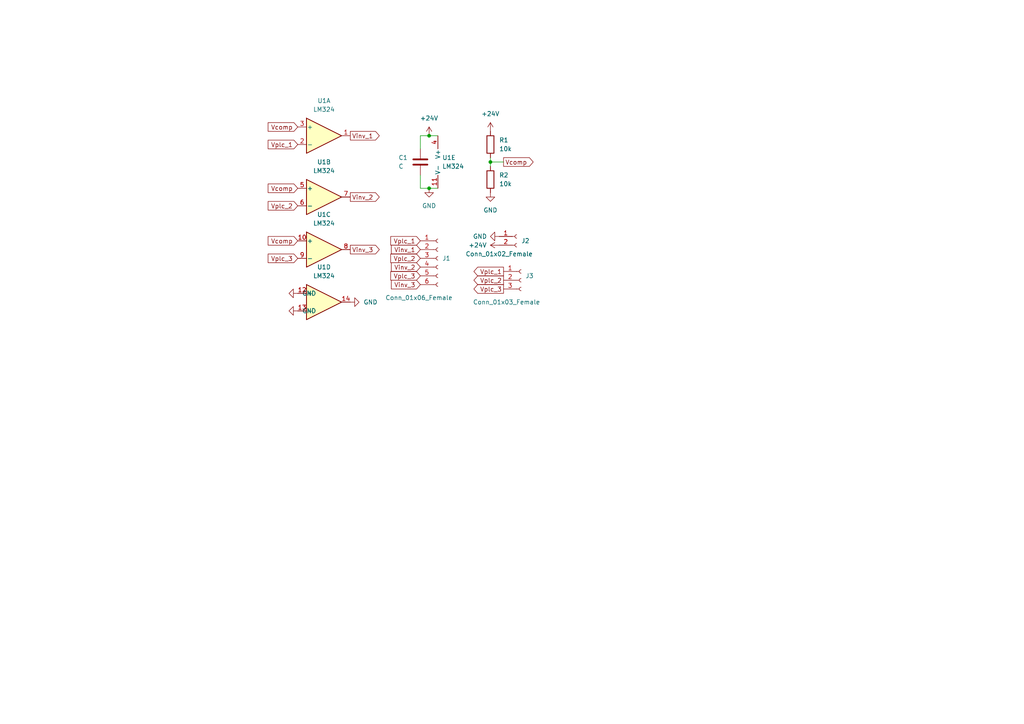
<source format=kicad_sch>
(kicad_sch (version 20211123) (generator eeschema)

  (uuid e63e39d7-6ac0-4ffd-8aa3-1841a4541b55)

  (paper "A4")

  (lib_symbols
    (symbol "Amplifier_Operational:LM324" (pin_names (offset 0.127)) (in_bom yes) (on_board yes)
      (property "Reference" "U" (id 0) (at 0 5.08 0)
        (effects (font (size 1.27 1.27)) (justify left))
      )
      (property "Value" "LM324" (id 1) (at 0 -5.08 0)
        (effects (font (size 1.27 1.27)) (justify left))
      )
      (property "Footprint" "" (id 2) (at -1.27 2.54 0)
        (effects (font (size 1.27 1.27)) hide)
      )
      (property "Datasheet" "http://www.ti.com/lit/ds/symlink/lm2902-n.pdf" (id 3) (at 1.27 5.08 0)
        (effects (font (size 1.27 1.27)) hide)
      )
      (property "ki_locked" "" (id 4) (at 0 0 0)
        (effects (font (size 1.27 1.27)))
      )
      (property "ki_keywords" "quad opamp" (id 5) (at 0 0 0)
        (effects (font (size 1.27 1.27)) hide)
      )
      (property "ki_description" "Low-Power, Quad-Operational Amplifiers, DIP-14/SOIC-14/SSOP-14" (id 6) (at 0 0 0)
        (effects (font (size 1.27 1.27)) hide)
      )
      (property "ki_fp_filters" "SOIC*3.9x8.7mm*P1.27mm* DIP*W7.62mm* TSSOP*4.4x5mm*P0.65mm* SSOP*5.3x6.2mm*P0.65mm* MSOP*3x3mm*P0.5mm*" (id 7) (at 0 0 0)
        (effects (font (size 1.27 1.27)) hide)
      )
      (symbol "LM324_1_1"
        (polyline
          (pts
            (xy -5.08 5.08)
            (xy 5.08 0)
            (xy -5.08 -5.08)
            (xy -5.08 5.08)
          )
          (stroke (width 0.254) (type default) (color 0 0 0 0))
          (fill (type background))
        )
        (pin output line (at 7.62 0 180) (length 2.54)
          (name "~" (effects (font (size 1.27 1.27))))
          (number "1" (effects (font (size 1.27 1.27))))
        )
        (pin input line (at -7.62 -2.54 0) (length 2.54)
          (name "-" (effects (font (size 1.27 1.27))))
          (number "2" (effects (font (size 1.27 1.27))))
        )
        (pin input line (at -7.62 2.54 0) (length 2.54)
          (name "+" (effects (font (size 1.27 1.27))))
          (number "3" (effects (font (size 1.27 1.27))))
        )
      )
      (symbol "LM324_2_1"
        (polyline
          (pts
            (xy -5.08 5.08)
            (xy 5.08 0)
            (xy -5.08 -5.08)
            (xy -5.08 5.08)
          )
          (stroke (width 0.254) (type default) (color 0 0 0 0))
          (fill (type background))
        )
        (pin input line (at -7.62 2.54 0) (length 2.54)
          (name "+" (effects (font (size 1.27 1.27))))
          (number "5" (effects (font (size 1.27 1.27))))
        )
        (pin input line (at -7.62 -2.54 0) (length 2.54)
          (name "-" (effects (font (size 1.27 1.27))))
          (number "6" (effects (font (size 1.27 1.27))))
        )
        (pin output line (at 7.62 0 180) (length 2.54)
          (name "~" (effects (font (size 1.27 1.27))))
          (number "7" (effects (font (size 1.27 1.27))))
        )
      )
      (symbol "LM324_3_1"
        (polyline
          (pts
            (xy -5.08 5.08)
            (xy 5.08 0)
            (xy -5.08 -5.08)
            (xy -5.08 5.08)
          )
          (stroke (width 0.254) (type default) (color 0 0 0 0))
          (fill (type background))
        )
        (pin input line (at -7.62 2.54 0) (length 2.54)
          (name "+" (effects (font (size 1.27 1.27))))
          (number "10" (effects (font (size 1.27 1.27))))
        )
        (pin output line (at 7.62 0 180) (length 2.54)
          (name "~" (effects (font (size 1.27 1.27))))
          (number "8" (effects (font (size 1.27 1.27))))
        )
        (pin input line (at -7.62 -2.54 0) (length 2.54)
          (name "-" (effects (font (size 1.27 1.27))))
          (number "9" (effects (font (size 1.27 1.27))))
        )
      )
      (symbol "LM324_4_1"
        (polyline
          (pts
            (xy -5.08 5.08)
            (xy 5.08 0)
            (xy -5.08 -5.08)
            (xy -5.08 5.08)
          )
          (stroke (width 0.254) (type default) (color 0 0 0 0))
          (fill (type background))
        )
        (pin input line (at -7.62 2.54 0) (length 2.54)
          (name "+" (effects (font (size 1.27 1.27))))
          (number "12" (effects (font (size 1.27 1.27))))
        )
        (pin input line (at -7.62 -2.54 0) (length 2.54)
          (name "-" (effects (font (size 1.27 1.27))))
          (number "13" (effects (font (size 1.27 1.27))))
        )
        (pin output line (at 7.62 0 180) (length 2.54)
          (name "~" (effects (font (size 1.27 1.27))))
          (number "14" (effects (font (size 1.27 1.27))))
        )
      )
      (symbol "LM324_5_1"
        (pin power_in line (at -2.54 -7.62 90) (length 3.81)
          (name "V-" (effects (font (size 1.27 1.27))))
          (number "11" (effects (font (size 1.27 1.27))))
        )
        (pin power_in line (at -2.54 7.62 270) (length 3.81)
          (name "V+" (effects (font (size 1.27 1.27))))
          (number "4" (effects (font (size 1.27 1.27))))
        )
      )
    )
    (symbol "Connector:Conn_01x02_Female" (pin_names (offset 1.016) hide) (in_bom yes) (on_board yes)
      (property "Reference" "J" (id 0) (at 0 2.54 0)
        (effects (font (size 1.27 1.27)))
      )
      (property "Value" "Conn_01x02_Female" (id 1) (at 0 -5.08 0)
        (effects (font (size 1.27 1.27)))
      )
      (property "Footprint" "" (id 2) (at 0 0 0)
        (effects (font (size 1.27 1.27)) hide)
      )
      (property "Datasheet" "~" (id 3) (at 0 0 0)
        (effects (font (size 1.27 1.27)) hide)
      )
      (property "ki_keywords" "connector" (id 4) (at 0 0 0)
        (effects (font (size 1.27 1.27)) hide)
      )
      (property "ki_description" "Generic connector, single row, 01x02, script generated (kicad-library-utils/schlib/autogen/connector/)" (id 5) (at 0 0 0)
        (effects (font (size 1.27 1.27)) hide)
      )
      (property "ki_fp_filters" "Connector*:*_1x??_*" (id 6) (at 0 0 0)
        (effects (font (size 1.27 1.27)) hide)
      )
      (symbol "Conn_01x02_Female_1_1"
        (arc (start 0 -2.032) (mid -0.508 -2.54) (end 0 -3.048)
          (stroke (width 0.1524) (type default) (color 0 0 0 0))
          (fill (type none))
        )
        (polyline
          (pts
            (xy -1.27 -2.54)
            (xy -0.508 -2.54)
          )
          (stroke (width 0.1524) (type default) (color 0 0 0 0))
          (fill (type none))
        )
        (polyline
          (pts
            (xy -1.27 0)
            (xy -0.508 0)
          )
          (stroke (width 0.1524) (type default) (color 0 0 0 0))
          (fill (type none))
        )
        (arc (start 0 0.508) (mid -0.508 0) (end 0 -0.508)
          (stroke (width 0.1524) (type default) (color 0 0 0 0))
          (fill (type none))
        )
        (pin passive line (at -5.08 0 0) (length 3.81)
          (name "Pin_1" (effects (font (size 1.27 1.27))))
          (number "1" (effects (font (size 1.27 1.27))))
        )
        (pin passive line (at -5.08 -2.54 0) (length 3.81)
          (name "Pin_2" (effects (font (size 1.27 1.27))))
          (number "2" (effects (font (size 1.27 1.27))))
        )
      )
    )
    (symbol "Connector:Conn_01x03_Female" (pin_names (offset 1.016) hide) (in_bom yes) (on_board yes)
      (property "Reference" "J" (id 0) (at 0 5.08 0)
        (effects (font (size 1.27 1.27)))
      )
      (property "Value" "Conn_01x03_Female" (id 1) (at 0 -5.08 0)
        (effects (font (size 1.27 1.27)))
      )
      (property "Footprint" "" (id 2) (at 0 0 0)
        (effects (font (size 1.27 1.27)) hide)
      )
      (property "Datasheet" "~" (id 3) (at 0 0 0)
        (effects (font (size 1.27 1.27)) hide)
      )
      (property "ki_keywords" "connector" (id 4) (at 0 0 0)
        (effects (font (size 1.27 1.27)) hide)
      )
      (property "ki_description" "Generic connector, single row, 01x03, script generated (kicad-library-utils/schlib/autogen/connector/)" (id 5) (at 0 0 0)
        (effects (font (size 1.27 1.27)) hide)
      )
      (property "ki_fp_filters" "Connector*:*_1x??_*" (id 6) (at 0 0 0)
        (effects (font (size 1.27 1.27)) hide)
      )
      (symbol "Conn_01x03_Female_1_1"
        (arc (start 0 -2.032) (mid -0.508 -2.54) (end 0 -3.048)
          (stroke (width 0.1524) (type default) (color 0 0 0 0))
          (fill (type none))
        )
        (polyline
          (pts
            (xy -1.27 -2.54)
            (xy -0.508 -2.54)
          )
          (stroke (width 0.1524) (type default) (color 0 0 0 0))
          (fill (type none))
        )
        (polyline
          (pts
            (xy -1.27 0)
            (xy -0.508 0)
          )
          (stroke (width 0.1524) (type default) (color 0 0 0 0))
          (fill (type none))
        )
        (polyline
          (pts
            (xy -1.27 2.54)
            (xy -0.508 2.54)
          )
          (stroke (width 0.1524) (type default) (color 0 0 0 0))
          (fill (type none))
        )
        (arc (start 0 0.508) (mid -0.508 0) (end 0 -0.508)
          (stroke (width 0.1524) (type default) (color 0 0 0 0))
          (fill (type none))
        )
        (arc (start 0 3.048) (mid -0.508 2.54) (end 0 2.032)
          (stroke (width 0.1524) (type default) (color 0 0 0 0))
          (fill (type none))
        )
        (pin passive line (at -5.08 2.54 0) (length 3.81)
          (name "Pin_1" (effects (font (size 1.27 1.27))))
          (number "1" (effects (font (size 1.27 1.27))))
        )
        (pin passive line (at -5.08 0 0) (length 3.81)
          (name "Pin_2" (effects (font (size 1.27 1.27))))
          (number "2" (effects (font (size 1.27 1.27))))
        )
        (pin passive line (at -5.08 -2.54 0) (length 3.81)
          (name "Pin_3" (effects (font (size 1.27 1.27))))
          (number "3" (effects (font (size 1.27 1.27))))
        )
      )
    )
    (symbol "Connector:Conn_01x06_Female" (pin_names (offset 1.016) hide) (in_bom yes) (on_board yes)
      (property "Reference" "J" (id 0) (at 0 7.62 0)
        (effects (font (size 1.27 1.27)))
      )
      (property "Value" "Conn_01x06_Female" (id 1) (at 0 -10.16 0)
        (effects (font (size 1.27 1.27)))
      )
      (property "Footprint" "" (id 2) (at 0 0 0)
        (effects (font (size 1.27 1.27)) hide)
      )
      (property "Datasheet" "~" (id 3) (at 0 0 0)
        (effects (font (size 1.27 1.27)) hide)
      )
      (property "ki_keywords" "connector" (id 4) (at 0 0 0)
        (effects (font (size 1.27 1.27)) hide)
      )
      (property "ki_description" "Generic connector, single row, 01x06, script generated (kicad-library-utils/schlib/autogen/connector/)" (id 5) (at 0 0 0)
        (effects (font (size 1.27 1.27)) hide)
      )
      (property "ki_fp_filters" "Connector*:*_1x??_*" (id 6) (at 0 0 0)
        (effects (font (size 1.27 1.27)) hide)
      )
      (symbol "Conn_01x06_Female_1_1"
        (arc (start 0 -7.112) (mid -0.508 -7.62) (end 0 -8.128)
          (stroke (width 0.1524) (type default) (color 0 0 0 0))
          (fill (type none))
        )
        (arc (start 0 -4.572) (mid -0.508 -5.08) (end 0 -5.588)
          (stroke (width 0.1524) (type default) (color 0 0 0 0))
          (fill (type none))
        )
        (arc (start 0 -2.032) (mid -0.508 -2.54) (end 0 -3.048)
          (stroke (width 0.1524) (type default) (color 0 0 0 0))
          (fill (type none))
        )
        (polyline
          (pts
            (xy -1.27 -7.62)
            (xy -0.508 -7.62)
          )
          (stroke (width 0.1524) (type default) (color 0 0 0 0))
          (fill (type none))
        )
        (polyline
          (pts
            (xy -1.27 -5.08)
            (xy -0.508 -5.08)
          )
          (stroke (width 0.1524) (type default) (color 0 0 0 0))
          (fill (type none))
        )
        (polyline
          (pts
            (xy -1.27 -2.54)
            (xy -0.508 -2.54)
          )
          (stroke (width 0.1524) (type default) (color 0 0 0 0))
          (fill (type none))
        )
        (polyline
          (pts
            (xy -1.27 0)
            (xy -0.508 0)
          )
          (stroke (width 0.1524) (type default) (color 0 0 0 0))
          (fill (type none))
        )
        (polyline
          (pts
            (xy -1.27 2.54)
            (xy -0.508 2.54)
          )
          (stroke (width 0.1524) (type default) (color 0 0 0 0))
          (fill (type none))
        )
        (polyline
          (pts
            (xy -1.27 5.08)
            (xy -0.508 5.08)
          )
          (stroke (width 0.1524) (type default) (color 0 0 0 0))
          (fill (type none))
        )
        (arc (start 0 0.508) (mid -0.508 0) (end 0 -0.508)
          (stroke (width 0.1524) (type default) (color 0 0 0 0))
          (fill (type none))
        )
        (arc (start 0 3.048) (mid -0.508 2.54) (end 0 2.032)
          (stroke (width 0.1524) (type default) (color 0 0 0 0))
          (fill (type none))
        )
        (arc (start 0 5.588) (mid -0.508 5.08) (end 0 4.572)
          (stroke (width 0.1524) (type default) (color 0 0 0 0))
          (fill (type none))
        )
        (pin passive line (at -5.08 5.08 0) (length 3.81)
          (name "Pin_1" (effects (font (size 1.27 1.27))))
          (number "1" (effects (font (size 1.27 1.27))))
        )
        (pin passive line (at -5.08 2.54 0) (length 3.81)
          (name "Pin_2" (effects (font (size 1.27 1.27))))
          (number "2" (effects (font (size 1.27 1.27))))
        )
        (pin passive line (at -5.08 0 0) (length 3.81)
          (name "Pin_3" (effects (font (size 1.27 1.27))))
          (number "3" (effects (font (size 1.27 1.27))))
        )
        (pin passive line (at -5.08 -2.54 0) (length 3.81)
          (name "Pin_4" (effects (font (size 1.27 1.27))))
          (number "4" (effects (font (size 1.27 1.27))))
        )
        (pin passive line (at -5.08 -5.08 0) (length 3.81)
          (name "Pin_5" (effects (font (size 1.27 1.27))))
          (number "5" (effects (font (size 1.27 1.27))))
        )
        (pin passive line (at -5.08 -7.62 0) (length 3.81)
          (name "Pin_6" (effects (font (size 1.27 1.27))))
          (number "6" (effects (font (size 1.27 1.27))))
        )
      )
    )
    (symbol "Device:C" (pin_numbers hide) (pin_names (offset 0.254)) (in_bom yes) (on_board yes)
      (property "Reference" "C" (id 0) (at 0.635 2.54 0)
        (effects (font (size 1.27 1.27)) (justify left))
      )
      (property "Value" "C" (id 1) (at 0.635 -2.54 0)
        (effects (font (size 1.27 1.27)) (justify left))
      )
      (property "Footprint" "" (id 2) (at 0.9652 -3.81 0)
        (effects (font (size 1.27 1.27)) hide)
      )
      (property "Datasheet" "~" (id 3) (at 0 0 0)
        (effects (font (size 1.27 1.27)) hide)
      )
      (property "ki_keywords" "cap capacitor" (id 4) (at 0 0 0)
        (effects (font (size 1.27 1.27)) hide)
      )
      (property "ki_description" "Unpolarized capacitor" (id 5) (at 0 0 0)
        (effects (font (size 1.27 1.27)) hide)
      )
      (property "ki_fp_filters" "C_*" (id 6) (at 0 0 0)
        (effects (font (size 1.27 1.27)) hide)
      )
      (symbol "C_0_1"
        (polyline
          (pts
            (xy -2.032 -0.762)
            (xy 2.032 -0.762)
          )
          (stroke (width 0.508) (type default) (color 0 0 0 0))
          (fill (type none))
        )
        (polyline
          (pts
            (xy -2.032 0.762)
            (xy 2.032 0.762)
          )
          (stroke (width 0.508) (type default) (color 0 0 0 0))
          (fill (type none))
        )
      )
      (symbol "C_1_1"
        (pin passive line (at 0 3.81 270) (length 2.794)
          (name "~" (effects (font (size 1.27 1.27))))
          (number "1" (effects (font (size 1.27 1.27))))
        )
        (pin passive line (at 0 -3.81 90) (length 2.794)
          (name "~" (effects (font (size 1.27 1.27))))
          (number "2" (effects (font (size 1.27 1.27))))
        )
      )
    )
    (symbol "Device:R" (pin_numbers hide) (pin_names (offset 0)) (in_bom yes) (on_board yes)
      (property "Reference" "R" (id 0) (at 2.032 0 90)
        (effects (font (size 1.27 1.27)))
      )
      (property "Value" "R" (id 1) (at 0 0 90)
        (effects (font (size 1.27 1.27)))
      )
      (property "Footprint" "" (id 2) (at -1.778 0 90)
        (effects (font (size 1.27 1.27)) hide)
      )
      (property "Datasheet" "~" (id 3) (at 0 0 0)
        (effects (font (size 1.27 1.27)) hide)
      )
      (property "ki_keywords" "R res resistor" (id 4) (at 0 0 0)
        (effects (font (size 1.27 1.27)) hide)
      )
      (property "ki_description" "Resistor" (id 5) (at 0 0 0)
        (effects (font (size 1.27 1.27)) hide)
      )
      (property "ki_fp_filters" "R_*" (id 6) (at 0 0 0)
        (effects (font (size 1.27 1.27)) hide)
      )
      (symbol "R_0_1"
        (rectangle (start -1.016 -2.54) (end 1.016 2.54)
          (stroke (width 0.254) (type default) (color 0 0 0 0))
          (fill (type none))
        )
      )
      (symbol "R_1_1"
        (pin passive line (at 0 3.81 270) (length 1.27)
          (name "~" (effects (font (size 1.27 1.27))))
          (number "1" (effects (font (size 1.27 1.27))))
        )
        (pin passive line (at 0 -3.81 90) (length 1.27)
          (name "~" (effects (font (size 1.27 1.27))))
          (number "2" (effects (font (size 1.27 1.27))))
        )
      )
    )
    (symbol "power:+24V" (power) (pin_names (offset 0)) (in_bom yes) (on_board yes)
      (property "Reference" "#PWR" (id 0) (at 0 -3.81 0)
        (effects (font (size 1.27 1.27)) hide)
      )
      (property "Value" "+24V" (id 1) (at 0 3.556 0)
        (effects (font (size 1.27 1.27)))
      )
      (property "Footprint" "" (id 2) (at 0 0 0)
        (effects (font (size 1.27 1.27)) hide)
      )
      (property "Datasheet" "" (id 3) (at 0 0 0)
        (effects (font (size 1.27 1.27)) hide)
      )
      (property "ki_keywords" "power-flag" (id 4) (at 0 0 0)
        (effects (font (size 1.27 1.27)) hide)
      )
      (property "ki_description" "Power symbol creates a global label with name \"+24V\"" (id 5) (at 0 0 0)
        (effects (font (size 1.27 1.27)) hide)
      )
      (symbol "+24V_0_1"
        (polyline
          (pts
            (xy -0.762 1.27)
            (xy 0 2.54)
          )
          (stroke (width 0) (type default) (color 0 0 0 0))
          (fill (type none))
        )
        (polyline
          (pts
            (xy 0 0)
            (xy 0 2.54)
          )
          (stroke (width 0) (type default) (color 0 0 0 0))
          (fill (type none))
        )
        (polyline
          (pts
            (xy 0 2.54)
            (xy 0.762 1.27)
          )
          (stroke (width 0) (type default) (color 0 0 0 0))
          (fill (type none))
        )
      )
      (symbol "+24V_1_1"
        (pin power_in line (at 0 0 90) (length 0) hide
          (name "+24V" (effects (font (size 1.27 1.27))))
          (number "1" (effects (font (size 1.27 1.27))))
        )
      )
    )
    (symbol "power:GND" (power) (pin_names (offset 0)) (in_bom yes) (on_board yes)
      (property "Reference" "#PWR" (id 0) (at 0 -6.35 0)
        (effects (font (size 1.27 1.27)) hide)
      )
      (property "Value" "GND" (id 1) (at 0 -3.81 0)
        (effects (font (size 1.27 1.27)))
      )
      (property "Footprint" "" (id 2) (at 0 0 0)
        (effects (font (size 1.27 1.27)) hide)
      )
      (property "Datasheet" "" (id 3) (at 0 0 0)
        (effects (font (size 1.27 1.27)) hide)
      )
      (property "ki_keywords" "power-flag" (id 4) (at 0 0 0)
        (effects (font (size 1.27 1.27)) hide)
      )
      (property "ki_description" "Power symbol creates a global label with name \"GND\" , ground" (id 5) (at 0 0 0)
        (effects (font (size 1.27 1.27)) hide)
      )
      (symbol "GND_0_1"
        (polyline
          (pts
            (xy 0 0)
            (xy 0 -1.27)
            (xy 1.27 -1.27)
            (xy 0 -2.54)
            (xy -1.27 -1.27)
            (xy 0 -1.27)
          )
          (stroke (width 0) (type default) (color 0 0 0 0))
          (fill (type none))
        )
      )
      (symbol "GND_1_1"
        (pin power_in line (at 0 0 270) (length 0) hide
          (name "GND" (effects (font (size 1.27 1.27))))
          (number "1" (effects (font (size 1.27 1.27))))
        )
      )
    )
  )

  (junction (at 124.46 54.61) (diameter 0) (color 0 0 0 0)
    (uuid 0e3952f8-cef5-42e5-8e67-b47a6a5bba8c)
  )
  (junction (at 124.46 39.37) (diameter 0) (color 0 0 0 0)
    (uuid 62005e87-b52e-4413-83bb-823e3efb3395)
  )
  (junction (at 142.24 46.99) (diameter 0) (color 0 0 0 0)
    (uuid b31efc5a-7b21-4ce8-b439-1c9342fcef4e)
  )

  (wire (pts (xy 142.24 45.72) (xy 142.24 46.99))
    (stroke (width 0) (type default) (color 0 0 0 0))
    (uuid 12b06950-23c0-46a3-97b4-485917511191)
  )
  (wire (pts (xy 124.46 54.61) (xy 127 54.61))
    (stroke (width 0) (type default) (color 0 0 0 0))
    (uuid 1fb6f07a-a305-4ca2-95c9-7f649c404765)
  )
  (wire (pts (xy 124.46 39.37) (xy 127 39.37))
    (stroke (width 0) (type default) (color 0 0 0 0))
    (uuid 73c11944-4483-4846-93e9-4ddd6eb830d2)
  )
  (wire (pts (xy 121.92 43.18) (xy 121.92 39.37))
    (stroke (width 0) (type default) (color 0 0 0 0))
    (uuid 8305dff8-a8db-4c1f-9a95-f7378d5c404e)
  )
  (wire (pts (xy 142.24 46.99) (xy 142.24 48.26))
    (stroke (width 0) (type default) (color 0 0 0 0))
    (uuid aa8e79d5-4110-472a-8939-dffc4dee8b42)
  )
  (wire (pts (xy 121.92 50.8) (xy 121.92 54.61))
    (stroke (width 0) (type default) (color 0 0 0 0))
    (uuid c1043744-ec8e-436b-96d0-cc3f57a4b9fa)
  )
  (wire (pts (xy 121.92 54.61) (xy 124.46 54.61))
    (stroke (width 0) (type default) (color 0 0 0 0))
    (uuid c448a753-7209-4de5-aa84-164df3948945)
  )
  (wire (pts (xy 142.24 46.99) (xy 146.05 46.99))
    (stroke (width 0) (type default) (color 0 0 0 0))
    (uuid c82a2eee-3656-406a-a5cb-6b727ac05b34)
  )
  (wire (pts (xy 121.92 39.37) (xy 124.46 39.37))
    (stroke (width 0) (type default) (color 0 0 0 0))
    (uuid e07fa7fc-eb3c-4806-ab58-93616849914b)
  )

  (global_label "Vplc_2" (shape input) (at 86.36 59.69 180) (fields_autoplaced)
    (effects (font (size 1.27 1.27)) (justify right))
    (uuid 0fce3458-1826-4a24-bc81-c3817fec42dc)
    (property "Intersheet References" "${INTERSHEET_REFS}" (id 0) (at 77.7783 59.6106 0)
      (effects (font (size 1.27 1.27)) (justify right) hide)
    )
  )
  (global_label "Vcomp" (shape input) (at 86.36 36.83 180) (fields_autoplaced)
    (effects (font (size 1.27 1.27)) (justify right))
    (uuid 2a2b609e-404b-45a3-bf07-fdbc261cdcfc)
    (property "Intersheet References" "${INTERSHEET_REFS}" (id 0) (at 77.7783 36.9094 0)
      (effects (font (size 1.27 1.27)) (justify right) hide)
    )
  )
  (global_label "Vcomp" (shape input) (at 86.36 69.85 180) (fields_autoplaced)
    (effects (font (size 1.27 1.27)) (justify right))
    (uuid 2adf658b-552f-4b22-a8ec-e2a99545b800)
    (property "Intersheet References" "${INTERSHEET_REFS}" (id 0) (at 77.7783 69.9294 0)
      (effects (font (size 1.27 1.27)) (justify right) hide)
    )
  )
  (global_label "Vplc_2" (shape output) (at 146.05 81.28 180) (fields_autoplaced)
    (effects (font (size 1.27 1.27)) (justify right))
    (uuid 34b0d0e8-c9b6-476c-a931-b3dcfb5987a1)
    (property "Intersheet References" "${INTERSHEET_REFS}" (id 0) (at 137.4683 81.2006 0)
      (effects (font (size 1.27 1.27)) (justify right) hide)
    )
  )
  (global_label "Vplc_1" (shape input) (at 121.92 69.85 180) (fields_autoplaced)
    (effects (font (size 1.27 1.27)) (justify right))
    (uuid 508ac672-4f4a-4781-9c53-b80271b3c07a)
    (property "Intersheet References" "${INTERSHEET_REFS}" (id 0) (at 113.3383 69.9294 0)
      (effects (font (size 1.27 1.27)) (justify right) hide)
    )
  )
  (global_label "Vcomp" (shape input) (at 86.36 54.61 180) (fields_autoplaced)
    (effects (font (size 1.27 1.27)) (justify right))
    (uuid 5ad365f8-e367-4e2e-a1bb-fe9f9ef636ef)
    (property "Intersheet References" "${INTERSHEET_REFS}" (id 0) (at 77.7783 54.6894 0)
      (effects (font (size 1.27 1.27)) (justify right) hide)
    )
  )
  (global_label "Vplc_1" (shape output) (at 146.05 78.74 180) (fields_autoplaced)
    (effects (font (size 1.27 1.27)) (justify right))
    (uuid 5c6445f2-55d2-4158-9cae-a532a6f47f3c)
    (property "Intersheet References" "${INTERSHEET_REFS}" (id 0) (at 137.4683 78.6606 0)
      (effects (font (size 1.27 1.27)) (justify right) hide)
    )
  )
  (global_label "Vinv_3" (shape output) (at 101.6 72.39 0) (fields_autoplaced)
    (effects (font (size 1.27 1.27)) (justify left))
    (uuid 6a5d3955-c3d0-4a31-a9b4-f525905f9325)
    (property "Intersheet References" "${INTERSHEET_REFS}" (id 0) (at 110.0002 72.3106 0)
      (effects (font (size 1.27 1.27)) (justify left) hide)
    )
  )
  (global_label "Vinv_1" (shape output) (at 101.6 39.37 0) (fields_autoplaced)
    (effects (font (size 1.27 1.27)) (justify left))
    (uuid 797c22d2-4288-4e98-a7db-507fc0df5aee)
    (property "Intersheet References" "${INTERSHEET_REFS}" (id 0) (at 110.0002 39.2906 0)
      (effects (font (size 1.27 1.27)) (justify left) hide)
    )
  )
  (global_label "Vinv_1" (shape input) (at 121.92 72.39 180) (fields_autoplaced)
    (effects (font (size 1.27 1.27)) (justify right))
    (uuid 84180856-0acd-47cc-944c-0431f4892cd6)
    (property "Intersheet References" "${INTERSHEET_REFS}" (id 0) (at 113.5198 72.3106 0)
      (effects (font (size 1.27 1.27)) (justify right) hide)
    )
  )
  (global_label "Vplc_3" (shape output) (at 146.05 83.82 180) (fields_autoplaced)
    (effects (font (size 1.27 1.27)) (justify right))
    (uuid 8a5ff09f-7252-4a5d-bcb9-7621274b5a31)
    (property "Intersheet References" "${INTERSHEET_REFS}" (id 0) (at 137.4683 83.7406 0)
      (effects (font (size 1.27 1.27)) (justify right) hide)
    )
  )
  (global_label "Vplc_3" (shape input) (at 121.92 80.01 180) (fields_autoplaced)
    (effects (font (size 1.27 1.27)) (justify right))
    (uuid 9e32ab2a-3d06-45ec-8679-6330988a7a82)
    (property "Intersheet References" "${INTERSHEET_REFS}" (id 0) (at 113.3383 79.9306 0)
      (effects (font (size 1.27 1.27)) (justify right) hide)
    )
  )
  (global_label "Vinv_2" (shape output) (at 101.6 57.15 0) (fields_autoplaced)
    (effects (font (size 1.27 1.27)) (justify left))
    (uuid c8574412-396a-4758-a7a5-3217e0afb893)
    (property "Intersheet References" "${INTERSHEET_REFS}" (id 0) (at 110.0002 57.0706 0)
      (effects (font (size 1.27 1.27)) (justify left) hide)
    )
  )
  (global_label "Vplc_3" (shape input) (at 86.36 74.93 180) (fields_autoplaced)
    (effects (font (size 1.27 1.27)) (justify right))
    (uuid da8c6d0d-2167-45b6-b4fb-34861ddb316f)
    (property "Intersheet References" "${INTERSHEET_REFS}" (id 0) (at 77.7783 74.8506 0)
      (effects (font (size 1.27 1.27)) (justify right) hide)
    )
  )
  (global_label "Vplc_1" (shape input) (at 86.36 41.91 180) (fields_autoplaced)
    (effects (font (size 1.27 1.27)) (justify right))
    (uuid db90b8b4-6c04-4b9f-90b7-b3270be9d762)
    (property "Intersheet References" "${INTERSHEET_REFS}" (id 0) (at 77.7783 41.9894 0)
      (effects (font (size 1.27 1.27)) (justify right) hide)
    )
  )
  (global_label "Vinv_3" (shape input) (at 121.92 82.55 180) (fields_autoplaced)
    (effects (font (size 1.27 1.27)) (justify right))
    (uuid e5a35611-9515-4321-b8bf-bd5285de2550)
    (property "Intersheet References" "${INTERSHEET_REFS}" (id 0) (at 113.5198 82.4706 0)
      (effects (font (size 1.27 1.27)) (justify right) hide)
    )
  )
  (global_label "Vcomp" (shape output) (at 146.05 46.99 0) (fields_autoplaced)
    (effects (font (size 1.27 1.27)) (justify left))
    (uuid eae70e4c-a4fe-42ec-9720-c05b32ed5140)
    (property "Intersheet References" "${INTERSHEET_REFS}" (id 0) (at 154.6317 46.9106 0)
      (effects (font (size 1.27 1.27)) (justify left) hide)
    )
  )
  (global_label "Vinv_2" (shape input) (at 121.92 77.47 180) (fields_autoplaced)
    (effects (font (size 1.27 1.27)) (justify right))
    (uuid f5ee9207-aef3-4ba3-89dc-684b916d2255)
    (property "Intersheet References" "${INTERSHEET_REFS}" (id 0) (at 113.5198 77.3906 0)
      (effects (font (size 1.27 1.27)) (justify right) hide)
    )
  )
  (global_label "Vplc_2" (shape input) (at 121.92 74.93 180) (fields_autoplaced)
    (effects (font (size 1.27 1.27)) (justify right))
    (uuid fcb23687-79e7-494b-b78d-610b9b788477)
    (property "Intersheet References" "${INTERSHEET_REFS}" (id 0) (at 113.3383 74.8506 0)
      (effects (font (size 1.27 1.27)) (justify right) hide)
    )
  )

  (symbol (lib_id "power:+24V") (at 124.46 39.37 0) (unit 1)
    (in_bom yes) (on_board yes) (fields_autoplaced)
    (uuid 03968e2d-b39a-4c22-9e26-b82ba5506666)
    (property "Reference" "#PWR0105" (id 0) (at 124.46 43.18 0)
      (effects (font (size 1.27 1.27)) hide)
    )
    (property "Value" "+24V" (id 1) (at 124.46 34.29 0))
    (property "Footprint" "" (id 2) (at 124.46 39.37 0)
      (effects (font (size 1.27 1.27)) hide)
    )
    (property "Datasheet" "" (id 3) (at 124.46 39.37 0)
      (effects (font (size 1.27 1.27)) hide)
    )
    (pin "1" (uuid 7517480a-e7d9-44aa-867b-bbac5926c927))
  )

  (symbol (lib_id "power:+24V") (at 144.78 71.12 90) (unit 1)
    (in_bom yes) (on_board yes)
    (uuid 07dda897-b3e5-48e9-9d64-5128b51da11a)
    (property "Reference" "#PWR0102" (id 0) (at 148.59 71.12 0)
      (effects (font (size 1.27 1.27)) hide)
    )
    (property "Value" "+24V" (id 1) (at 135.89 71.12 90)
      (effects (font (size 1.27 1.27)) (justify right))
    )
    (property "Footprint" "" (id 2) (at 144.78 71.12 0)
      (effects (font (size 1.27 1.27)) hide)
    )
    (property "Datasheet" "" (id 3) (at 144.78 71.12 0)
      (effects (font (size 1.27 1.27)) hide)
    )
    (pin "1" (uuid e59a45f7-0f09-4246-896d-98146d3ce6bd))
  )

  (symbol (lib_id "Connector:Conn_01x06_Female") (at 127 74.93 0) (unit 1)
    (in_bom yes) (on_board yes)
    (uuid 0de344d2-7071-44b7-a74b-6ef02cc41e5b)
    (property "Reference" "J1" (id 0) (at 128.27 74.9299 0)
      (effects (font (size 1.27 1.27)) (justify left))
    )
    (property "Value" "Conn_01x06_Female" (id 1) (at 111.76 86.36 0)
      (effects (font (size 1.27 1.27)) (justify left))
    )
    (property "Footprint" "Connector_PinSocket_2.54mm:PinSocket_1x06_P2.54mm_Vertical" (id 2) (at 127 74.93 0)
      (effects (font (size 1.27 1.27)) hide)
    )
    (property "Datasheet" "~" (id 3) (at 127 74.93 0)
      (effects (font (size 1.27 1.27)) hide)
    )
    (pin "1" (uuid d02c62c5-0acf-4b35-97a6-f1f3a880eb8b))
    (pin "2" (uuid 1e5a321b-41d6-4d46-b526-ecb1d65aa9ec))
    (pin "3" (uuid a0da38ba-9538-4934-8d62-bca3f3051c3a))
    (pin "4" (uuid 929dee75-de4c-4726-a6f1-2bb9804d3c19))
    (pin "5" (uuid 9ca5b9da-e0dd-4955-969b-abbfe4ad2dd5))
    (pin "6" (uuid 337197bd-62e7-4a8d-b19c-f1fcdf6c5ad3))
  )

  (symbol (lib_id "Amplifier_Operational:LM324") (at 93.98 72.39 0) (unit 3)
    (in_bom yes) (on_board yes) (fields_autoplaced)
    (uuid 17e5b642-051d-4e1e-b1cb-f47871102246)
    (property "Reference" "U1" (id 0) (at 93.98 62.23 0))
    (property "Value" "LM324" (id 1) (at 93.98 64.77 0))
    (property "Footprint" "Package_DIP:DIP-14_W7.62mm_Socket" (id 2) (at 92.71 69.85 0)
      (effects (font (size 1.27 1.27)) hide)
    )
    (property "Datasheet" "http://www.ti.com/lit/ds/symlink/lm2902-n.pdf" (id 3) (at 95.25 67.31 0)
      (effects (font (size 1.27 1.27)) hide)
    )
    (pin "1" (uuid 31661ca5-99ab-4943-9e3f-fa1577f65694))
    (pin "2" (uuid 2ebb2487-8abe-4bde-8ab4-fed9ee024d37))
    (pin "3" (uuid 17a5c135-13b9-43c9-ab34-a5d32bfab494))
    (pin "5" (uuid ea41d734-15a4-4b77-8914-ba79d2370ec5))
    (pin "6" (uuid 6a20c84c-a6b5-42cd-8ff2-4f58202ed23a))
    (pin "7" (uuid 8f208eed-0d52-4843-b906-b6076007522e))
    (pin "10" (uuid cd4a54b8-ae25-452f-9cac-4f606f47831d))
    (pin "8" (uuid 66038996-a46c-4850-9f62-775499845652))
    (pin "9" (uuid f1d86bdd-caf2-4592-8051-deda04e358cb))
    (pin "12" (uuid 1e3c508c-caf1-4a10-bd28-1d0b6eea77c8))
    (pin "13" (uuid 8db99888-6384-4a2a-acc0-44d300fa62c8))
    (pin "14" (uuid c85ef790-7bde-464c-8cf2-1f387f0eb910))
    (pin "11" (uuid c241c652-c35f-4701-94ad-a6100be927fd))
    (pin "4" (uuid 2bd6b25f-a519-4224-8dd9-2e42d262ce2e))
  )

  (symbol (lib_id "Device:C") (at 121.92 46.99 0) (unit 1)
    (in_bom yes) (on_board yes)
    (uuid 28f18081-a253-4984-b1a4-95cd45fd5fac)
    (property "Reference" "C1" (id 0) (at 115.57 45.72 0)
      (effects (font (size 1.27 1.27)) (justify left))
    )
    (property "Value" "C" (id 1) (at 115.57 48.26 0)
      (effects (font (size 1.27 1.27)) (justify left))
    )
    (property "Footprint" "" (id 2) (at 122.8852 50.8 0)
      (effects (font (size 1.27 1.27)) hide)
    )
    (property "Datasheet" "~" (id 3) (at 121.92 46.99 0)
      (effects (font (size 1.27 1.27)) hide)
    )
    (pin "1" (uuid 678e4f39-29d4-45a6-8f07-61110902bd14))
    (pin "2" (uuid 953600f0-226d-46a2-9e4c-d44c3178de31))
  )

  (symbol (lib_id "Connector:Conn_01x02_Female") (at 149.86 68.58 0) (unit 1)
    (in_bom yes) (on_board yes)
    (uuid 35e7459f-3015-4ae0-9485-99bac4455b07)
    (property "Reference" "J2" (id 0) (at 152.4 69.85 0))
    (property "Value" "Conn_01x02_Female" (id 1) (at 144.78 73.66 0))
    (property "Footprint" "Connector_PinSocket_2.54mm:PinSocket_1x02_P2.54mm_Vertical" (id 2) (at 149.86 68.58 0)
      (effects (font (size 1.27 1.27)) hide)
    )
    (property "Datasheet" "~" (id 3) (at 149.86 68.58 0)
      (effects (font (size 1.27 1.27)) hide)
    )
    (pin "1" (uuid caaf7ce4-620a-49dd-be69-9f6f42de6c7d))
    (pin "2" (uuid ca20dbbc-2ba3-4df2-bec9-b514f9a5f609))
  )

  (symbol (lib_id "power:GND") (at 124.46 54.61 0) (unit 1)
    (in_bom yes) (on_board yes)
    (uuid 363b6cab-7b3c-40d5-a520-6d268af0a976)
    (property "Reference" "#PWR0106" (id 0) (at 124.46 60.96 0)
      (effects (font (size 1.27 1.27)) hide)
    )
    (property "Value" "GND" (id 1) (at 124.46 59.69 0))
    (property "Footprint" "" (id 2) (at 124.46 54.61 0)
      (effects (font (size 1.27 1.27)) hide)
    )
    (property "Datasheet" "" (id 3) (at 124.46 54.61 0)
      (effects (font (size 1.27 1.27)) hide)
    )
    (pin "1" (uuid 4841094d-a2f3-46a5-bcf1-0dff5bfba736))
  )

  (symbol (lib_id "power:GND") (at 144.78 68.58 270) (unit 1)
    (in_bom yes) (on_board yes)
    (uuid 368610a4-ce61-4176-ae06-b4809496ef34)
    (property "Reference" "#PWR0103" (id 0) (at 138.43 68.58 0)
      (effects (font (size 1.27 1.27)) hide)
    )
    (property "Value" "GND" (id 1) (at 137.16 68.58 90)
      (effects (font (size 1.27 1.27)) (justify left))
    )
    (property "Footprint" "" (id 2) (at 144.78 68.58 0)
      (effects (font (size 1.27 1.27)) hide)
    )
    (property "Datasheet" "" (id 3) (at 144.78 68.58 0)
      (effects (font (size 1.27 1.27)) hide)
    )
    (pin "1" (uuid 9fb2ee8f-bcf7-4ef4-887e-b6a603a8677c))
  )

  (symbol (lib_id "power:+24V") (at 142.24 38.1 0) (unit 1)
    (in_bom yes) (on_board yes) (fields_autoplaced)
    (uuid 450fd788-d806-48b1-a032-8afdc8273e6e)
    (property "Reference" "#PWR01" (id 0) (at 142.24 41.91 0)
      (effects (font (size 1.27 1.27)) hide)
    )
    (property "Value" "+24V" (id 1) (at 142.24 33.02 0))
    (property "Footprint" "" (id 2) (at 142.24 38.1 0)
      (effects (font (size 1.27 1.27)) hide)
    )
    (property "Datasheet" "" (id 3) (at 142.24 38.1 0)
      (effects (font (size 1.27 1.27)) hide)
    )
    (pin "1" (uuid ad10a4b7-2487-448c-860c-e5fa438bed4f))
  )

  (symbol (lib_id "Connector:Conn_01x03_Female") (at 151.13 81.28 0) (unit 1)
    (in_bom yes) (on_board yes)
    (uuid 4d7e04b3-c9cb-4cac-81b6-5a37c55de0e8)
    (property "Reference" "J3" (id 0) (at 152.4 80.0099 0)
      (effects (font (size 1.27 1.27)) (justify left))
    )
    (property "Value" "Conn_01x03_Female" (id 1) (at 137.16 87.63 0)
      (effects (font (size 1.27 1.27)) (justify left))
    )
    (property "Footprint" "Connector_PinSocket_2.54mm:PinSocket_1x03_P2.54mm_Vertical" (id 2) (at 151.13 81.28 0)
      (effects (font (size 1.27 1.27)) hide)
    )
    (property "Datasheet" "~" (id 3) (at 151.13 81.28 0)
      (effects (font (size 1.27 1.27)) hide)
    )
    (pin "1" (uuid bd455b12-cdd7-41a6-b1de-a9fbec41880c))
    (pin "2" (uuid 315f1b74-d9bf-4f55-98af-0ca623e522f6))
    (pin "3" (uuid 9eb3404f-5aea-4d1c-a15d-d2a4654e0dc2))
  )

  (symbol (lib_id "power:GND") (at 101.6 87.63 90) (unit 1)
    (in_bom yes) (on_board yes) (fields_autoplaced)
    (uuid 4e8e4842-5da4-4e26-92a5-a3a3b59bbebe)
    (property "Reference" "#PWR0109" (id 0) (at 107.95 87.63 0)
      (effects (font (size 1.27 1.27)) hide)
    )
    (property "Value" "GND" (id 1) (at 105.41 87.6299 90)
      (effects (font (size 1.27 1.27)) (justify right))
    )
    (property "Footprint" "" (id 2) (at 101.6 87.63 0)
      (effects (font (size 1.27 1.27)) hide)
    )
    (property "Datasheet" "" (id 3) (at 101.6 87.63 0)
      (effects (font (size 1.27 1.27)) hide)
    )
    (pin "1" (uuid 577c1823-bf6e-4375-8dda-cd0ccf87f8be))
  )

  (symbol (lib_id "Amplifier_Operational:LM324") (at 129.54 46.99 0) (unit 5)
    (in_bom yes) (on_board yes)
    (uuid 55f629e5-1c97-4453-a1ae-599ac25f2ed5)
    (property "Reference" "U1" (id 0) (at 128.27 45.7199 0)
      (effects (font (size 1.27 1.27)) (justify left))
    )
    (property "Value" "LM324" (id 1) (at 128.27 48.26 0)
      (effects (font (size 1.27 1.27)) (justify left))
    )
    (property "Footprint" "Package_DIP:DIP-14_W7.62mm_Socket" (id 2) (at 128.27 44.45 0)
      (effects (font (size 1.27 1.27)) hide)
    )
    (property "Datasheet" "http://www.ti.com/lit/ds/symlink/lm2902-n.pdf" (id 3) (at 130.81 41.91 0)
      (effects (font (size 1.27 1.27)) hide)
    )
    (pin "1" (uuid ae278b01-6140-4258-b3e1-878a503a5a62))
    (pin "2" (uuid 8ef140e1-a86a-45e5-8f2c-e06066832fcb))
    (pin "3" (uuid 623a95d3-92aa-43fc-bfb7-1927169d4600))
    (pin "5" (uuid bf3dac99-ac50-4ac6-bfbd-9ed628e3720e))
    (pin "6" (uuid fb078252-2c69-4f10-b8ca-ec674f33126f))
    (pin "7" (uuid 67a11f6a-4ece-4dc6-a8e5-fd9307451010))
    (pin "10" (uuid e8fbed20-1a41-45ab-b1f5-aa1a8c24ac3c))
    (pin "8" (uuid afaec224-6eb9-4aa4-acce-937066a89442))
    (pin "9" (uuid fbe4ca78-db1d-425c-822e-cbaf51a10d48))
    (pin "12" (uuid 6a6afd5b-5f14-4832-96b7-394ff3546428))
    (pin "13" (uuid c339890a-ec9b-43c8-bca3-90f292a91f7c))
    (pin "14" (uuid d00d1a13-a7a0-45e0-aac5-1ff3926884e0))
    (pin "11" (uuid 5081823b-af15-4652-8f62-e115e4598367))
    (pin "4" (uuid 34407fba-357b-4052-9216-06c1e2cae3ea))
  )

  (symbol (lib_id "power:GND") (at 86.36 85.09 270) (unit 1)
    (in_bom yes) (on_board yes) (fields_autoplaced)
    (uuid 58ec61c9-ed0a-4746-bed1-c9fbb997d2a2)
    (property "Reference" "#PWR0107" (id 0) (at 80.01 85.09 0)
      (effects (font (size 1.27 1.27)) hide)
    )
    (property "Value" "GND" (id 1) (at 87.63 85.0899 90)
      (effects (font (size 1.27 1.27)) (justify left))
    )
    (property "Footprint" "" (id 2) (at 86.36 85.09 0)
      (effects (font (size 1.27 1.27)) hide)
    )
    (property "Datasheet" "" (id 3) (at 86.36 85.09 0)
      (effects (font (size 1.27 1.27)) hide)
    )
    (pin "1" (uuid e38853ac-ee07-490f-b0c9-5a3cc6750a0c))
  )

  (symbol (lib_id "Amplifier_Operational:LM324") (at 93.98 39.37 0) (unit 1)
    (in_bom yes) (on_board yes) (fields_autoplaced)
    (uuid 6150c02b-beb5-4af1-951e-3666a285a6ea)
    (property "Reference" "U1" (id 0) (at 93.98 29.21 0))
    (property "Value" "LM324" (id 1) (at 93.98 31.75 0))
    (property "Footprint" "Package_DIP:DIP-14_W7.62mm_Socket" (id 2) (at 92.71 36.83 0)
      (effects (font (size 1.27 1.27)) hide)
    )
    (property "Datasheet" "http://www.ti.com/lit/ds/symlink/lm2902-n.pdf" (id 3) (at 95.25 34.29 0)
      (effects (font (size 1.27 1.27)) hide)
    )
    (pin "1" (uuid 5f48b0f2-82cf-40ce-afac-440f97643c36))
    (pin "2" (uuid 1855ca44-ab48-4b76-a210-97fc81d916c4))
    (pin "3" (uuid 3457afc5-3e4f-4220-81d1-b079f653a722))
    (pin "5" (uuid e86e4fae-9ca7-4857-a93c-bc6a3048f887))
    (pin "6" (uuid 5e755161-24a5-4650-a6e3-9836bf074412))
    (pin "7" (uuid 58390862-1833-41dd-9c4e-98073ea0da33))
    (pin "10" (uuid 9208ea78-8dde-4b3d-91e9-5755ab5efd9a))
    (pin "8" (uuid 1bf7d0f9-0dcf-4d7c-b58c-318e3dc42bc9))
    (pin "9" (uuid e45aa7d8-0254-4176-afd9-766820762e19))
    (pin "12" (uuid 94d24676-7ae3-483c-8bd6-88d31adf00b4))
    (pin "13" (uuid 247ebffd-2cb6-4379-ba6e-21861fea3913))
    (pin "14" (uuid 966ee9ec-860e-45bb-af89-30bda72b2032))
    (pin "11" (uuid 83184391-76ed-44f0-8cd0-01f89f157bdb))
    (pin "4" (uuid db6412d3-e6c3-4bdd-abf4-a8f55d56df31))
  )

  (symbol (lib_id "Amplifier_Operational:LM324") (at 93.98 57.15 0) (unit 2)
    (in_bom yes) (on_board yes) (fields_autoplaced)
    (uuid 6213c200-cc8a-481c-883f-35278b9518d8)
    (property "Reference" "U1" (id 0) (at 93.98 46.99 0))
    (property "Value" "LM324" (id 1) (at 93.98 49.53 0))
    (property "Footprint" "Package_DIP:DIP-14_W7.62mm_Socket" (id 2) (at 92.71 54.61 0)
      (effects (font (size 1.27 1.27)) hide)
    )
    (property "Datasheet" "http://www.ti.com/lit/ds/symlink/lm2902-n.pdf" (id 3) (at 95.25 52.07 0)
      (effects (font (size 1.27 1.27)) hide)
    )
    (pin "1" (uuid 55e351e3-7efa-4d55-acad-86a345fc5120))
    (pin "2" (uuid 4fe3cd02-8864-4b3e-a1a0-2dfa4d191ca2))
    (pin "3" (uuid 49fbb162-ed97-4907-b60a-506613a9940b))
    (pin "5" (uuid 9d3da282-0e78-426f-87a5-378da2e8e9cf))
    (pin "6" (uuid 790a7af5-fcf5-40e0-b396-fbdab7c5dbb1))
    (pin "7" (uuid e15d097a-4761-479a-be84-b8e07d19b4c7))
    (pin "10" (uuid dd08cf63-80f1-4a88-b3ea-950c9bf1164b))
    (pin "8" (uuid 160cb44e-5e81-454b-9642-f95193231b95))
    (pin "9" (uuid 82771776-27f6-4c8a-8652-f67ca7a2b4f5))
    (pin "12" (uuid 9e00edb4-f0f4-46bc-a82d-075ebfd0d3ed))
    (pin "13" (uuid 292c02f1-523d-4844-90f0-a744ec5ae311))
    (pin "14" (uuid 283ed2be-f188-4938-9d07-b9e8bad5f0d4))
    (pin "11" (uuid 4b3ca595-07d8-471d-a599-10e87e77b20e))
    (pin "4" (uuid 29c8820e-a6aa-4b1b-a048-868ed62704c1))
  )

  (symbol (lib_id "power:GND") (at 142.24 55.88 0) (unit 1)
    (in_bom yes) (on_board yes) (fields_autoplaced)
    (uuid 65acf8e5-9f16-4350-9eac-4ec481b2ee30)
    (property "Reference" "#PWR02" (id 0) (at 142.24 62.23 0)
      (effects (font (size 1.27 1.27)) hide)
    )
    (property "Value" "GND" (id 1) (at 142.24 60.96 0))
    (property "Footprint" "" (id 2) (at 142.24 55.88 0)
      (effects (font (size 1.27 1.27)) hide)
    )
    (property "Datasheet" "" (id 3) (at 142.24 55.88 0)
      (effects (font (size 1.27 1.27)) hide)
    )
    (pin "1" (uuid 2ff466f2-a10f-4d30-86d0-258970718dd1))
  )

  (symbol (lib_id "Device:R") (at 142.24 52.07 0) (unit 1)
    (in_bom yes) (on_board yes) (fields_autoplaced)
    (uuid 9795a58d-0ac3-430a-9422-aa4c197a5f6c)
    (property "Reference" "R2" (id 0) (at 144.78 50.7999 0)
      (effects (font (size 1.27 1.27)) (justify left))
    )
    (property "Value" "10k" (id 1) (at 144.78 53.3399 0)
      (effects (font (size 1.27 1.27)) (justify left))
    )
    (property "Footprint" "Resistor_THT:R_Axial_DIN0207_L6.3mm_D2.5mm_P10.16mm_Horizontal" (id 2) (at 140.462 52.07 90)
      (effects (font (size 1.27 1.27)) hide)
    )
    (property "Datasheet" "~" (id 3) (at 142.24 52.07 0)
      (effects (font (size 1.27 1.27)) hide)
    )
    (pin "1" (uuid 5256a2e5-5d23-4520-bca8-57cb50ff01c2))
    (pin "2" (uuid 3da59bc6-70b3-471f-bbfc-55990eeb98e5))
  )

  (symbol (lib_id "Device:R") (at 142.24 41.91 0) (unit 1)
    (in_bom yes) (on_board yes) (fields_autoplaced)
    (uuid a1a95a4e-59c6-4de0-bc59-72f75a6c6058)
    (property "Reference" "R1" (id 0) (at 144.78 40.6399 0)
      (effects (font (size 1.27 1.27)) (justify left))
    )
    (property "Value" "10k" (id 1) (at 144.78 43.1799 0)
      (effects (font (size 1.27 1.27)) (justify left))
    )
    (property "Footprint" "Resistor_THT:R_Axial_DIN0207_L6.3mm_D2.5mm_P10.16mm_Horizontal" (id 2) (at 140.462 41.91 90)
      (effects (font (size 1.27 1.27)) hide)
    )
    (property "Datasheet" "~" (id 3) (at 142.24 41.91 0)
      (effects (font (size 1.27 1.27)) hide)
    )
    (pin "1" (uuid 3f494321-e87f-4a8e-bbe5-a937d805b012))
    (pin "2" (uuid 7d74b5e4-377b-4d94-8b21-289fadde7386))
  )

  (symbol (lib_id "power:GND") (at 86.36 90.17 270) (unit 1)
    (in_bom yes) (on_board yes) (fields_autoplaced)
    (uuid f1777ff1-42b8-432f-a12f-b835dfa74a35)
    (property "Reference" "#PWR0108" (id 0) (at 80.01 90.17 0)
      (effects (font (size 1.27 1.27)) hide)
    )
    (property "Value" "GND" (id 1) (at 87.63 90.1699 90)
      (effects (font (size 1.27 1.27)) (justify left))
    )
    (property "Footprint" "" (id 2) (at 86.36 90.17 0)
      (effects (font (size 1.27 1.27)) hide)
    )
    (property "Datasheet" "" (id 3) (at 86.36 90.17 0)
      (effects (font (size 1.27 1.27)) hide)
    )
    (pin "1" (uuid bd5d7f63-34bf-4bb3-b1c4-4c89e26a6f21))
  )

  (symbol (lib_id "Amplifier_Operational:LM324") (at 93.98 87.63 0) (unit 4)
    (in_bom yes) (on_board yes) (fields_autoplaced)
    (uuid ff1f874f-92dd-4417-98ba-01533012ca7a)
    (property "Reference" "U1" (id 0) (at 93.98 77.47 0))
    (property "Value" "LM324" (id 1) (at 93.98 80.01 0))
    (property "Footprint" "Package_DIP:DIP-14_W7.62mm_Socket" (id 2) (at 92.71 85.09 0)
      (effects (font (size 1.27 1.27)) hide)
    )
    (property "Datasheet" "http://www.ti.com/lit/ds/symlink/lm2902-n.pdf" (id 3) (at 95.25 82.55 0)
      (effects (font (size 1.27 1.27)) hide)
    )
    (pin "1" (uuid c8cc2583-f9e2-422a-a9d1-626546f60513))
    (pin "2" (uuid 2ba2b3eb-224f-4796-afc6-e3fdf39ecfbd))
    (pin "3" (uuid bd8e008e-dca2-4859-870a-2092654287c0))
    (pin "5" (uuid a5de6c3b-15c4-42d6-884e-57cc5dc4ca9a))
    (pin "6" (uuid c82be33c-e02b-4b8b-b17d-c492fbe24198))
    (pin "7" (uuid 5914939e-95f1-4848-b987-27742538e48f))
    (pin "10" (uuid 1f3221c1-4baa-402d-95dc-dc90b854dc09))
    (pin "8" (uuid c72c22c7-03ff-4aff-8914-f4bb4f8b74fb))
    (pin "9" (uuid 57eb24f7-992c-4ddb-bb00-54c32ff100ad))
    (pin "12" (uuid b0c11d91-d002-4a21-899c-859908403f31))
    (pin "13" (uuid bc105e97-925d-4c41-8792-2ef6ad133432))
    (pin "14" (uuid d5cf0d71-b4ee-4aed-b567-46b19f641f20))
    (pin "11" (uuid 2426613c-f5b0-487c-bae4-46c5fd13b9af))
    (pin "4" (uuid 50cff528-e450-4316-9cb8-2214e4d20985))
  )

  (sheet_instances
    (path "/" (page "1"))
  )

  (symbol_instances
    (path "/450fd788-d806-48b1-a032-8afdc8273e6e"
      (reference "#PWR01") (unit 1) (value "+24V") (footprint "")
    )
    (path "/65acf8e5-9f16-4350-9eac-4ec481b2ee30"
      (reference "#PWR02") (unit 1) (value "GND") (footprint "")
    )
    (path "/07dda897-b3e5-48e9-9d64-5128b51da11a"
      (reference "#PWR0102") (unit 1) (value "+24V") (footprint "")
    )
    (path "/368610a4-ce61-4176-ae06-b4809496ef34"
      (reference "#PWR0103") (unit 1) (value "GND") (footprint "")
    )
    (path "/03968e2d-b39a-4c22-9e26-b82ba5506666"
      (reference "#PWR0105") (unit 1) (value "+24V") (footprint "")
    )
    (path "/363b6cab-7b3c-40d5-a520-6d268af0a976"
      (reference "#PWR0106") (unit 1) (value "GND") (footprint "")
    )
    (path "/58ec61c9-ed0a-4746-bed1-c9fbb997d2a2"
      (reference "#PWR0107") (unit 1) (value "GND") (footprint "")
    )
    (path "/f1777ff1-42b8-432f-a12f-b835dfa74a35"
      (reference "#PWR0108") (unit 1) (value "GND") (footprint "")
    )
    (path "/4e8e4842-5da4-4e26-92a5-a3a3b59bbebe"
      (reference "#PWR0109") (unit 1) (value "GND") (footprint "")
    )
    (path "/28f18081-a253-4984-b1a4-95cd45fd5fac"
      (reference "C1") (unit 1) (value "C") (footprint "Capacitor_SMD:C_0805_2012Metric_Pad1.18x1.45mm_HandSolder")
    )
    (path "/0de344d2-7071-44b7-a74b-6ef02cc41e5b"
      (reference "J1") (unit 1) (value "Conn_01x06_Female") (footprint "Connector_PinSocket_2.54mm:PinSocket_1x06_P2.54mm_Vertical")
    )
    (path "/35e7459f-3015-4ae0-9485-99bac4455b07"
      (reference "J2") (unit 1) (value "Conn_01x02_Female") (footprint "Connector_PinSocket_2.54mm:PinSocket_1x02_P2.54mm_Vertical")
    )
    (path "/4d7e04b3-c9cb-4cac-81b6-5a37c55de0e8"
      (reference "J3") (unit 1) (value "Conn_01x03_Female") (footprint "Connector_PinSocket_2.54mm:PinSocket_1x03_P2.54mm_Vertical")
    )
    (path "/a1a95a4e-59c6-4de0-bc59-72f75a6c6058"
      (reference "R1") (unit 1) (value "10k") (footprint "Resistor_THT:R_Axial_DIN0207_L6.3mm_D2.5mm_P10.16mm_Horizontal")
    )
    (path "/9795a58d-0ac3-430a-9422-aa4c197a5f6c"
      (reference "R2") (unit 1) (value "10k") (footprint "Resistor_THT:R_Axial_DIN0207_L6.3mm_D2.5mm_P10.16mm_Horizontal")
    )
    (path "/6150c02b-beb5-4af1-951e-3666a285a6ea"
      (reference "U1") (unit 1) (value "LM324") (footprint "Package_DIP:DIP-14_W7.62mm_Socket")
    )
    (path "/6213c200-cc8a-481c-883f-35278b9518d8"
      (reference "U1") (unit 2) (value "LM324") (footprint "Package_DIP:DIP-14_W7.62mm_Socket")
    )
    (path "/17e5b642-051d-4e1e-b1cb-f47871102246"
      (reference "U1") (unit 3) (value "LM324") (footprint "Package_DIP:DIP-14_W7.62mm_Socket")
    )
    (path "/ff1f874f-92dd-4417-98ba-01533012ca7a"
      (reference "U1") (unit 4) (value "LM324") (footprint "Package_DIP:DIP-14_W7.62mm_Socket")
    )
    (path "/55f629e5-1c97-4453-a1ae-599ac25f2ed5"
      (reference "U1") (unit 5) (value "LM324") (footprint "Package_DIP:DIP-14_W7.62mm_Socket")
    )
  )
)

</source>
